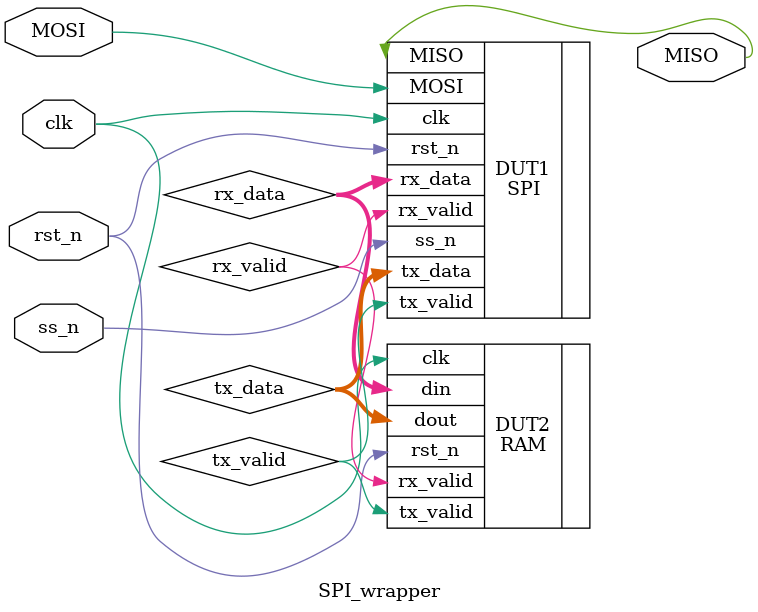
<source format=v>

module SPI_wrapper(
input MOSI, ss_n , clk, rst_n ,
output MISO
    );
    wire [9:0] rx_data ;
    wire  rx_valid;
    wire [7:0] tx_data ;
    wire tx_valid ;
    
    SPI DUT1 (
    .MOSI(MOSI),
    .ss_n(ss_n),
    .rst_n(rst_n),
    .clk(clk),
    .rx_data(rx_data),
    .rx_valid(rx_valid),
    .tx_data(tx_data),
    .tx_valid(tx_valid), 
    .MISO(MISO)   
    ) ; 
    
 RAM DUT2 (   
 .din(rx_data),
 .rx_valid(rx_valid),
 .clk(clk),
 .rst_n(rst_n),
 .dout(tx_data),
 .tx_valid(tx_valid)
 );    
endmodule

</source>
